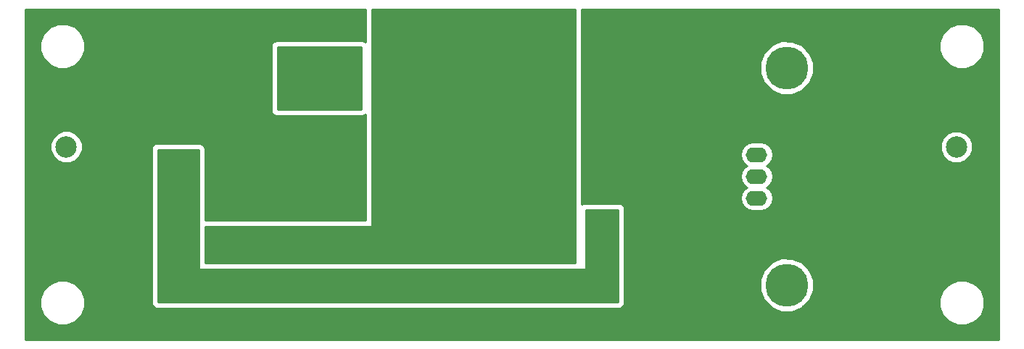
<source format=gbr>
G04 #@! TF.FileFunction,Copper,L2,Bot,Signal*
%FSLAX46Y46*%
G04 Gerber Fmt 4.6, Leading zero omitted, Abs format (unit mm)*
G04 Created by KiCad (PCBNEW 4.0.4-stable) date 11/27/16 02:50:31*
%MOMM*%
%LPD*%
G01*
G04 APERTURE LIST*
%ADD10C,0.100000*%
%ADD11O,2.499360X1.744980*%
%ADD12O,2.499360X1.747520*%
%ADD13C,5.000000*%
%ADD14C,2.500000*%
%ADD15R,2.500000X2.500000*%
%ADD16C,1.000000*%
%ADD17C,0.250000*%
%ADD18C,0.500000*%
%ADD19C,1.000000*%
%ADD20C,0.254000*%
G04 APERTURE END LIST*
D10*
D11*
X181051200Y-97764600D03*
D12*
X181051200Y-95224600D03*
X181051200Y-92684600D03*
D13*
X184543700Y-107924600D03*
X184543700Y-82524600D03*
D14*
X100457000Y-91770200D03*
D15*
X100457000Y-96770200D03*
D14*
X163004500Y-107797600D03*
D15*
X168004500Y-107797600D03*
X204368400Y-96774000D03*
D14*
X204368400Y-91774000D03*
D16*
X163000000Y-100000000D03*
X163000000Y-102000000D03*
X163000000Y-104000000D03*
X115000000Y-93000000D03*
X113500000Y-93000000D03*
X112000000Y-93000000D03*
X199000000Y-80000000D03*
X199000000Y-78000000D03*
X201000000Y-78000000D03*
X201000000Y-80000000D03*
X172000000Y-110000000D03*
X174000000Y-110000000D03*
X174000000Y-108000000D03*
X172000000Y-108000000D03*
X128000000Y-96000000D03*
X126000000Y-96000000D03*
X126000000Y-94000000D03*
X128000000Y-94000000D03*
X107000000Y-96000000D03*
X109000000Y-96000000D03*
X109000000Y-98000000D03*
X107000000Y-98000000D03*
X149000000Y-78000000D03*
X149000000Y-80000000D03*
X149000000Y-82000000D03*
X149000000Y-84000000D03*
X149000000Y-86000000D03*
X149000000Y-88000000D03*
X149000000Y-90000000D03*
X149000000Y-92000000D03*
X149000000Y-94000000D03*
X149000000Y-96000000D03*
X149000000Y-98000000D03*
X149000000Y-100000000D03*
X149000000Y-102000000D03*
X149000000Y-104000000D03*
X147000000Y-104000000D03*
X145000000Y-104000000D03*
X143000000Y-104000000D03*
X141000000Y-104000000D03*
X139000000Y-104000000D03*
X137000000Y-104000000D03*
X137000000Y-102000000D03*
X139000000Y-102000000D03*
X141000000Y-102000000D03*
X143000000Y-102000000D03*
X145000000Y-102000000D03*
X147000000Y-88000000D03*
X147000000Y-86000000D03*
X147000000Y-84000000D03*
X147000000Y-82000000D03*
X147000000Y-80000000D03*
X147000000Y-78000000D03*
X137000000Y-78000000D03*
X139000000Y-78000000D03*
X141000000Y-78000000D03*
X143000000Y-78000000D03*
X145000000Y-78000000D03*
X145000000Y-80000000D03*
X145000000Y-82000000D03*
X145000000Y-84000000D03*
X145000000Y-86000000D03*
X145000000Y-88000000D03*
X143000000Y-88000000D03*
X141000000Y-88000000D03*
X139000000Y-88000000D03*
X137000000Y-88000000D03*
X147000000Y-102000000D03*
X147000000Y-100000000D03*
X147000000Y-98000000D03*
X147000000Y-96000000D03*
X147000000Y-94000000D03*
X147000000Y-92000000D03*
X147000000Y-90000000D03*
X145000000Y-90000000D03*
X143000000Y-90000000D03*
X140991000Y-90000000D03*
X139000000Y-90000000D03*
X137000000Y-90000000D03*
X128000000Y-86500000D03*
X126500000Y-86500000D03*
X132969000Y-81280000D03*
X134366000Y-81280000D03*
D17*
X163000000Y-102000000D02*
X163000000Y-100000000D01*
X163004500Y-107797600D02*
X163004500Y-104004500D01*
X163004500Y-104004500D02*
X163000000Y-104000000D01*
X113500000Y-93000000D02*
X115000000Y-93000000D01*
D18*
X112000000Y-93000000D02*
X115000000Y-93000000D01*
D17*
X201000000Y-78000000D02*
X199000000Y-78000000D01*
X198000000Y-95548000D02*
X198000000Y-83000000D01*
X198000000Y-83000000D02*
X201000000Y-80000000D01*
X199226000Y-96774000D02*
X198000000Y-95548000D01*
X204368400Y-96774000D02*
X199226000Y-96774000D01*
X174000000Y-110000000D02*
X172000000Y-110000000D01*
X172000000Y-108000000D02*
X174000000Y-108000000D01*
X126000000Y-96000000D02*
X128000000Y-96000000D01*
X128000000Y-94000000D02*
X126000000Y-94000000D01*
X109000000Y-96000000D02*
X107000000Y-96000000D01*
X107000000Y-98000000D02*
X109000000Y-98000000D01*
D18*
X149000000Y-82000000D02*
X149000000Y-80000000D01*
X149000000Y-86000000D02*
X149000000Y-84000000D01*
X149000000Y-90000000D02*
X149000000Y-88000000D01*
X149000000Y-94000000D02*
X149000000Y-92000000D01*
X149000000Y-100000000D02*
X149000000Y-98000000D01*
X149000000Y-104000000D02*
X149000000Y-102000000D01*
X147000000Y-104000000D02*
X149000000Y-104000000D01*
X143000000Y-104000000D02*
X145000000Y-104000000D01*
X139000000Y-104000000D02*
X141000000Y-104000000D01*
X137000000Y-102000000D02*
X137000000Y-104000000D01*
X141000000Y-102000000D02*
X139000000Y-102000000D01*
X145000000Y-102000000D02*
X143000000Y-102000000D01*
X147000000Y-86000000D02*
X147000000Y-88000000D01*
X147000000Y-82000000D02*
X147000000Y-84000000D01*
X147000000Y-78000000D02*
X147000000Y-80000000D01*
X139000000Y-78000000D02*
X137000000Y-78000000D01*
X143000000Y-78000000D02*
X141000000Y-78000000D01*
X145000000Y-80000000D02*
X145000000Y-78000000D01*
X145000000Y-84000000D02*
X145000000Y-82000000D01*
X145000000Y-88000000D02*
X145000000Y-86000000D01*
X141000000Y-88000000D02*
X143000000Y-88000000D01*
X137000000Y-88000000D02*
X139000000Y-88000000D01*
X147000000Y-100000000D02*
X147000000Y-102000000D01*
X147000000Y-96000000D02*
X147000000Y-98000000D01*
X147000000Y-92000000D02*
X147000000Y-94000000D01*
X145000000Y-90000000D02*
X147000000Y-90000000D01*
X140991000Y-90000000D02*
X143000000Y-90000000D01*
X139000000Y-90000000D02*
X140991000Y-90000000D01*
X137000000Y-90000000D02*
X139000000Y-90000000D01*
X132969000Y-81280000D02*
X128000000Y-86249000D01*
X128000000Y-86249000D02*
X128000000Y-86500000D01*
D19*
X134366000Y-81280000D02*
X132969000Y-81280000D01*
D20*
G36*
X135365000Y-79495620D02*
X135247051Y-79415029D01*
X135000000Y-79365000D01*
X125000000Y-79365000D01*
X124769205Y-79408427D01*
X124557233Y-79544827D01*
X124415029Y-79752949D01*
X124365000Y-80000000D01*
X124365000Y-87500000D01*
X124408427Y-87730795D01*
X124544827Y-87942767D01*
X124752949Y-88084971D01*
X125000000Y-88135000D01*
X135000000Y-88135000D01*
X135230795Y-88091573D01*
X135365000Y-88005215D01*
X135365000Y-100365000D01*
X116635000Y-100365000D01*
X116635000Y-92000000D01*
X116591573Y-91769205D01*
X116455173Y-91557233D01*
X116247051Y-91415029D01*
X116000000Y-91365000D01*
X111000000Y-91365000D01*
X110769205Y-91408427D01*
X110557233Y-91544827D01*
X110415029Y-91752949D01*
X110365000Y-92000000D01*
X110365000Y-110000000D01*
X110408427Y-110230795D01*
X110544827Y-110442767D01*
X110752949Y-110584971D01*
X111000000Y-110635000D01*
X165000000Y-110635000D01*
X165230795Y-110591573D01*
X165442767Y-110455173D01*
X165584971Y-110247051D01*
X165635000Y-110000000D01*
X165635000Y-108545454D01*
X181408157Y-108545454D01*
X181884427Y-109698115D01*
X182765547Y-110580774D01*
X183917374Y-111059054D01*
X185164554Y-111060143D01*
X186317215Y-110583873D01*
X186380949Y-110520250D01*
X202372545Y-110520250D01*
X202771639Y-111486132D01*
X203509981Y-112225764D01*
X204475165Y-112626543D01*
X205520250Y-112627455D01*
X206486132Y-112228361D01*
X207225764Y-111490019D01*
X207626543Y-110524835D01*
X207627455Y-109479750D01*
X207228361Y-108513868D01*
X206490019Y-107774236D01*
X205524835Y-107373457D01*
X204479750Y-107372545D01*
X203513868Y-107771639D01*
X202774236Y-108509981D01*
X202373457Y-109475165D01*
X202372545Y-110520250D01*
X186380949Y-110520250D01*
X187199874Y-109702753D01*
X187678154Y-108550926D01*
X187679243Y-107303746D01*
X187202973Y-106151085D01*
X186321853Y-105268426D01*
X185170026Y-104790146D01*
X183922846Y-104789057D01*
X182770185Y-105265327D01*
X181887526Y-106146447D01*
X181409246Y-107298274D01*
X181408157Y-108545454D01*
X165635000Y-108545454D01*
X165635000Y-99000000D01*
X165591573Y-98769205D01*
X165455173Y-98557233D01*
X165247051Y-98415029D01*
X165000000Y-98365000D01*
X161000000Y-98365000D01*
X160769205Y-98408427D01*
X160635000Y-98494785D01*
X160635000Y-92684600D01*
X179129597Y-92684600D01*
X179244445Y-93261977D01*
X179571503Y-93751454D01*
X179875533Y-93954600D01*
X179571503Y-94157746D01*
X179244445Y-94647223D01*
X179129597Y-95224600D01*
X179244445Y-95801977D01*
X179571503Y-96291454D01*
X179876018Y-96494925D01*
X179571131Y-96698644D01*
X179244348Y-97187709D01*
X179129597Y-97764600D01*
X179244348Y-98341491D01*
X179571131Y-98830556D01*
X180060196Y-99157339D01*
X180637087Y-99272090D01*
X181465313Y-99272090D01*
X182042204Y-99157339D01*
X182531269Y-98830556D01*
X182858052Y-98341491D01*
X182972803Y-97764600D01*
X182858052Y-97187709D01*
X182531269Y-96698644D01*
X182226382Y-96494925D01*
X182530897Y-96291454D01*
X182857955Y-95801977D01*
X182972803Y-95224600D01*
X182857955Y-94647223D01*
X182530897Y-94157746D01*
X182226867Y-93954600D01*
X182530897Y-93751454D01*
X182857955Y-93261977D01*
X182972803Y-92684600D01*
X182865928Y-92147305D01*
X202483074Y-92147305D01*
X202769443Y-92840372D01*
X203299239Y-93371093D01*
X203991805Y-93658672D01*
X204741705Y-93659326D01*
X205434772Y-93372957D01*
X205965493Y-92843161D01*
X206253072Y-92150595D01*
X206253726Y-91400695D01*
X205967357Y-90707628D01*
X205437561Y-90176907D01*
X204744995Y-89889328D01*
X203995095Y-89888674D01*
X203302028Y-90175043D01*
X202771307Y-90704839D01*
X202483728Y-91397405D01*
X202483074Y-92147305D01*
X182865928Y-92147305D01*
X182857955Y-92107223D01*
X182530897Y-91617746D01*
X182041420Y-91290688D01*
X181464043Y-91175840D01*
X180638357Y-91175840D01*
X180060980Y-91290688D01*
X179571503Y-91617746D01*
X179244445Y-92107223D01*
X179129597Y-92684600D01*
X160635000Y-92684600D01*
X160635000Y-83145454D01*
X181408157Y-83145454D01*
X181884427Y-84298115D01*
X182765547Y-85180774D01*
X183917374Y-85659054D01*
X185164554Y-85660143D01*
X186317215Y-85183873D01*
X187199874Y-84302753D01*
X187678154Y-83150926D01*
X187679243Y-81903746D01*
X187202973Y-80751085D01*
X186972541Y-80520250D01*
X202372545Y-80520250D01*
X202771639Y-81486132D01*
X203509981Y-82225764D01*
X204475165Y-82626543D01*
X205520250Y-82627455D01*
X206486132Y-82228361D01*
X207225764Y-81490019D01*
X207626543Y-80524835D01*
X207627455Y-79479750D01*
X207228361Y-78513868D01*
X206490019Y-77774236D01*
X205524835Y-77373457D01*
X204479750Y-77372545D01*
X203513868Y-77771639D01*
X202774236Y-78509981D01*
X202373457Y-79475165D01*
X202372545Y-80520250D01*
X186972541Y-80520250D01*
X186321853Y-79868426D01*
X185170026Y-79390146D01*
X183922846Y-79389057D01*
X182770185Y-79865327D01*
X181887526Y-80746447D01*
X181409246Y-81898274D01*
X181408157Y-83145454D01*
X160635000Y-83145454D01*
X160635000Y-75685000D01*
X209315000Y-75685000D01*
X209315000Y-114315000D01*
X95685000Y-114315000D01*
X95685000Y-110520250D01*
X97372545Y-110520250D01*
X97771639Y-111486132D01*
X98509981Y-112225764D01*
X99475165Y-112626543D01*
X100520250Y-112627455D01*
X101486132Y-112228361D01*
X102225764Y-111490019D01*
X102626543Y-110524835D01*
X102627455Y-109479750D01*
X102228361Y-108513868D01*
X101490019Y-107774236D01*
X100524835Y-107373457D01*
X99479750Y-107372545D01*
X98513868Y-107771639D01*
X97774236Y-108509981D01*
X97373457Y-109475165D01*
X97372545Y-110520250D01*
X95685000Y-110520250D01*
X95685000Y-92143505D01*
X98571674Y-92143505D01*
X98858043Y-92836572D01*
X99387839Y-93367293D01*
X100080405Y-93654872D01*
X100830305Y-93655526D01*
X101523372Y-93369157D01*
X102054093Y-92839361D01*
X102341672Y-92146795D01*
X102342326Y-91396895D01*
X102055957Y-90703828D01*
X101526161Y-90173107D01*
X100833595Y-89885528D01*
X100083695Y-89884874D01*
X99390628Y-90171243D01*
X98859907Y-90701039D01*
X98572328Y-91393605D01*
X98571674Y-92143505D01*
X95685000Y-92143505D01*
X95685000Y-80520250D01*
X97372545Y-80520250D01*
X97771639Y-81486132D01*
X98509981Y-82225764D01*
X99475165Y-82626543D01*
X100520250Y-82627455D01*
X101486132Y-82228361D01*
X102225764Y-81490019D01*
X102626543Y-80524835D01*
X102627455Y-79479750D01*
X102228361Y-78513868D01*
X101490019Y-77774236D01*
X100524835Y-77373457D01*
X99479750Y-77372545D01*
X98513868Y-77771639D01*
X97774236Y-78509981D01*
X97373457Y-79475165D01*
X97372545Y-80520250D01*
X95685000Y-80520250D01*
X95685000Y-75685000D01*
X135365000Y-75685000D01*
X135365000Y-79495620D01*
X135365000Y-79495620D01*
G37*
X135365000Y-79495620D02*
X135247051Y-79415029D01*
X135000000Y-79365000D01*
X125000000Y-79365000D01*
X124769205Y-79408427D01*
X124557233Y-79544827D01*
X124415029Y-79752949D01*
X124365000Y-80000000D01*
X124365000Y-87500000D01*
X124408427Y-87730795D01*
X124544827Y-87942767D01*
X124752949Y-88084971D01*
X125000000Y-88135000D01*
X135000000Y-88135000D01*
X135230795Y-88091573D01*
X135365000Y-88005215D01*
X135365000Y-100365000D01*
X116635000Y-100365000D01*
X116635000Y-92000000D01*
X116591573Y-91769205D01*
X116455173Y-91557233D01*
X116247051Y-91415029D01*
X116000000Y-91365000D01*
X111000000Y-91365000D01*
X110769205Y-91408427D01*
X110557233Y-91544827D01*
X110415029Y-91752949D01*
X110365000Y-92000000D01*
X110365000Y-110000000D01*
X110408427Y-110230795D01*
X110544827Y-110442767D01*
X110752949Y-110584971D01*
X111000000Y-110635000D01*
X165000000Y-110635000D01*
X165230795Y-110591573D01*
X165442767Y-110455173D01*
X165584971Y-110247051D01*
X165635000Y-110000000D01*
X165635000Y-108545454D01*
X181408157Y-108545454D01*
X181884427Y-109698115D01*
X182765547Y-110580774D01*
X183917374Y-111059054D01*
X185164554Y-111060143D01*
X186317215Y-110583873D01*
X186380949Y-110520250D01*
X202372545Y-110520250D01*
X202771639Y-111486132D01*
X203509981Y-112225764D01*
X204475165Y-112626543D01*
X205520250Y-112627455D01*
X206486132Y-112228361D01*
X207225764Y-111490019D01*
X207626543Y-110524835D01*
X207627455Y-109479750D01*
X207228361Y-108513868D01*
X206490019Y-107774236D01*
X205524835Y-107373457D01*
X204479750Y-107372545D01*
X203513868Y-107771639D01*
X202774236Y-108509981D01*
X202373457Y-109475165D01*
X202372545Y-110520250D01*
X186380949Y-110520250D01*
X187199874Y-109702753D01*
X187678154Y-108550926D01*
X187679243Y-107303746D01*
X187202973Y-106151085D01*
X186321853Y-105268426D01*
X185170026Y-104790146D01*
X183922846Y-104789057D01*
X182770185Y-105265327D01*
X181887526Y-106146447D01*
X181409246Y-107298274D01*
X181408157Y-108545454D01*
X165635000Y-108545454D01*
X165635000Y-99000000D01*
X165591573Y-98769205D01*
X165455173Y-98557233D01*
X165247051Y-98415029D01*
X165000000Y-98365000D01*
X161000000Y-98365000D01*
X160769205Y-98408427D01*
X160635000Y-98494785D01*
X160635000Y-92684600D01*
X179129597Y-92684600D01*
X179244445Y-93261977D01*
X179571503Y-93751454D01*
X179875533Y-93954600D01*
X179571503Y-94157746D01*
X179244445Y-94647223D01*
X179129597Y-95224600D01*
X179244445Y-95801977D01*
X179571503Y-96291454D01*
X179876018Y-96494925D01*
X179571131Y-96698644D01*
X179244348Y-97187709D01*
X179129597Y-97764600D01*
X179244348Y-98341491D01*
X179571131Y-98830556D01*
X180060196Y-99157339D01*
X180637087Y-99272090D01*
X181465313Y-99272090D01*
X182042204Y-99157339D01*
X182531269Y-98830556D01*
X182858052Y-98341491D01*
X182972803Y-97764600D01*
X182858052Y-97187709D01*
X182531269Y-96698644D01*
X182226382Y-96494925D01*
X182530897Y-96291454D01*
X182857955Y-95801977D01*
X182972803Y-95224600D01*
X182857955Y-94647223D01*
X182530897Y-94157746D01*
X182226867Y-93954600D01*
X182530897Y-93751454D01*
X182857955Y-93261977D01*
X182972803Y-92684600D01*
X182865928Y-92147305D01*
X202483074Y-92147305D01*
X202769443Y-92840372D01*
X203299239Y-93371093D01*
X203991805Y-93658672D01*
X204741705Y-93659326D01*
X205434772Y-93372957D01*
X205965493Y-92843161D01*
X206253072Y-92150595D01*
X206253726Y-91400695D01*
X205967357Y-90707628D01*
X205437561Y-90176907D01*
X204744995Y-89889328D01*
X203995095Y-89888674D01*
X203302028Y-90175043D01*
X202771307Y-90704839D01*
X202483728Y-91397405D01*
X202483074Y-92147305D01*
X182865928Y-92147305D01*
X182857955Y-92107223D01*
X182530897Y-91617746D01*
X182041420Y-91290688D01*
X181464043Y-91175840D01*
X180638357Y-91175840D01*
X180060980Y-91290688D01*
X179571503Y-91617746D01*
X179244445Y-92107223D01*
X179129597Y-92684600D01*
X160635000Y-92684600D01*
X160635000Y-83145454D01*
X181408157Y-83145454D01*
X181884427Y-84298115D01*
X182765547Y-85180774D01*
X183917374Y-85659054D01*
X185164554Y-85660143D01*
X186317215Y-85183873D01*
X187199874Y-84302753D01*
X187678154Y-83150926D01*
X187679243Y-81903746D01*
X187202973Y-80751085D01*
X186972541Y-80520250D01*
X202372545Y-80520250D01*
X202771639Y-81486132D01*
X203509981Y-82225764D01*
X204475165Y-82626543D01*
X205520250Y-82627455D01*
X206486132Y-82228361D01*
X207225764Y-81490019D01*
X207626543Y-80524835D01*
X207627455Y-79479750D01*
X207228361Y-78513868D01*
X206490019Y-77774236D01*
X205524835Y-77373457D01*
X204479750Y-77372545D01*
X203513868Y-77771639D01*
X202774236Y-78509981D01*
X202373457Y-79475165D01*
X202372545Y-80520250D01*
X186972541Y-80520250D01*
X186321853Y-79868426D01*
X185170026Y-79390146D01*
X183922846Y-79389057D01*
X182770185Y-79865327D01*
X181887526Y-80746447D01*
X181409246Y-81898274D01*
X181408157Y-83145454D01*
X160635000Y-83145454D01*
X160635000Y-75685000D01*
X209315000Y-75685000D01*
X209315000Y-114315000D01*
X95685000Y-114315000D01*
X95685000Y-110520250D01*
X97372545Y-110520250D01*
X97771639Y-111486132D01*
X98509981Y-112225764D01*
X99475165Y-112626543D01*
X100520250Y-112627455D01*
X101486132Y-112228361D01*
X102225764Y-111490019D01*
X102626543Y-110524835D01*
X102627455Y-109479750D01*
X102228361Y-108513868D01*
X101490019Y-107774236D01*
X100524835Y-107373457D01*
X99479750Y-107372545D01*
X98513868Y-107771639D01*
X97774236Y-108509981D01*
X97373457Y-109475165D01*
X97372545Y-110520250D01*
X95685000Y-110520250D01*
X95685000Y-92143505D01*
X98571674Y-92143505D01*
X98858043Y-92836572D01*
X99387839Y-93367293D01*
X100080405Y-93654872D01*
X100830305Y-93655526D01*
X101523372Y-93369157D01*
X102054093Y-92839361D01*
X102341672Y-92146795D01*
X102342326Y-91396895D01*
X102055957Y-90703828D01*
X101526161Y-90173107D01*
X100833595Y-89885528D01*
X100083695Y-89884874D01*
X99390628Y-90171243D01*
X98859907Y-90701039D01*
X98572328Y-91393605D01*
X98571674Y-92143505D01*
X95685000Y-92143505D01*
X95685000Y-80520250D01*
X97372545Y-80520250D01*
X97771639Y-81486132D01*
X98509981Y-82225764D01*
X99475165Y-82626543D01*
X100520250Y-82627455D01*
X101486132Y-82228361D01*
X102225764Y-81490019D01*
X102626543Y-80524835D01*
X102627455Y-79479750D01*
X102228361Y-78513868D01*
X101490019Y-77774236D01*
X100524835Y-77373457D01*
X99479750Y-77372545D01*
X98513868Y-77771639D01*
X97774236Y-78509981D01*
X97373457Y-79475165D01*
X97372545Y-80520250D01*
X95685000Y-80520250D01*
X95685000Y-75685000D01*
X135365000Y-75685000D01*
X135365000Y-79495620D01*
G36*
X134873000Y-87373000D02*
X125127000Y-87373000D01*
X125127000Y-80127000D01*
X134873000Y-80127000D01*
X134873000Y-87373000D01*
X134873000Y-87373000D01*
G37*
X134873000Y-87373000D02*
X125127000Y-87373000D01*
X125127000Y-80127000D01*
X134873000Y-80127000D01*
X134873000Y-87373000D01*
G36*
X115873000Y-106000000D02*
X115883006Y-106049410D01*
X115911447Y-106091035D01*
X115953841Y-106118315D01*
X116000000Y-106127000D01*
X161000000Y-106127000D01*
X161049410Y-106116994D01*
X161091035Y-106088553D01*
X161118315Y-106046159D01*
X161127000Y-106000000D01*
X161127000Y-99127000D01*
X164873000Y-99127000D01*
X164873000Y-109873000D01*
X111127000Y-109873000D01*
X111127000Y-92127000D01*
X115873000Y-92127000D01*
X115873000Y-106000000D01*
X115873000Y-106000000D01*
G37*
X115873000Y-106000000D02*
X115883006Y-106049410D01*
X115911447Y-106091035D01*
X115953841Y-106118315D01*
X116000000Y-106127000D01*
X161000000Y-106127000D01*
X161049410Y-106116994D01*
X161091035Y-106088553D01*
X161118315Y-106046159D01*
X161127000Y-106000000D01*
X161127000Y-99127000D01*
X164873000Y-99127000D01*
X164873000Y-109873000D01*
X111127000Y-109873000D01*
X111127000Y-92127000D01*
X115873000Y-92127000D01*
X115873000Y-106000000D01*
G36*
X159873000Y-105365000D02*
X116635000Y-105365000D01*
X116635000Y-101127000D01*
X136000000Y-101127000D01*
X136049410Y-101116994D01*
X136091035Y-101088553D01*
X136118315Y-101046159D01*
X136127000Y-101000000D01*
X136127000Y-75685000D01*
X159873000Y-75685000D01*
X159873000Y-105365000D01*
X159873000Y-105365000D01*
G37*
X159873000Y-105365000D02*
X116635000Y-105365000D01*
X116635000Y-101127000D01*
X136000000Y-101127000D01*
X136049410Y-101116994D01*
X136091035Y-101088553D01*
X136118315Y-101046159D01*
X136127000Y-101000000D01*
X136127000Y-75685000D01*
X159873000Y-75685000D01*
X159873000Y-105365000D01*
M02*

</source>
